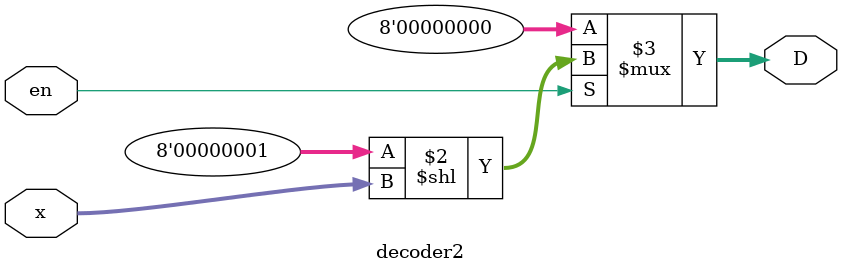
<source format=v>
module decoder2(x, D, en);

input en;
input [2:0] x;
output [7:0] D;

reg [7:0] D;

always @(*) begin
    #3 D = en ? 8'b00000001 << x : 8'h00;
    $display("Output: %8b", D);
end


endmodule
</source>
